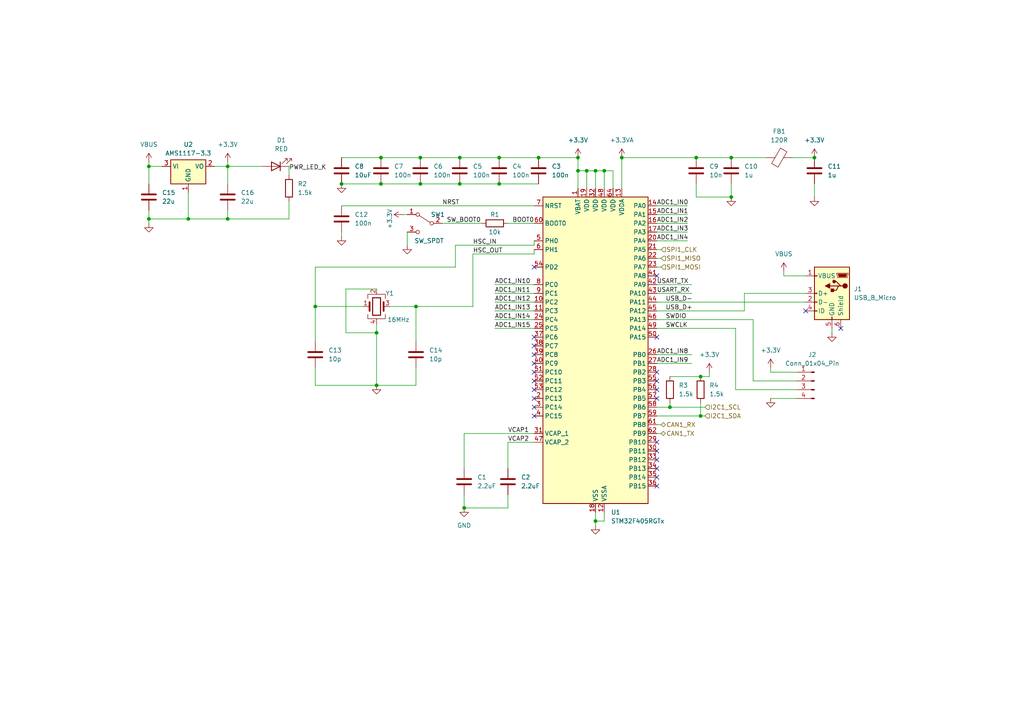
<source format=kicad_sch>
(kicad_sch (version 20230121) (generator eeschema)
  (paper "A4")
  (lib_symbols
    (symbol "Connector:Conn_01x04_Pin" (pin_names (offset 1.016) hide)
      (property "Reference" "J" (at 0 5.08 0))
      (property "Value" "Conn_01x04_Pin" (at 0 -7.62 0))
      (symbol "Conn_01x04_Pin_1_1"
        (polyline (pts (xy 1.27 -5.08) (xy 0.8636 -5.08)) (stroke (width 0.1524)))
        (polyline (pts (xy 1.27 -2.54) (xy 0.8636 -2.54)) (stroke (width 0.1524)))
        (polyline (pts (xy 1.27 0) (xy 0.8636 0)) (stroke (width 0.1524)))
        (polyline (pts (xy 1.27 2.54) (xy 0.8636 2.54)) (stroke (width 0.1524)))
        (rectangle (start 0.8636 -4.953) (end 0 -5.207) (stroke (width 0.1524)) (fill (type outline)))
        (rectangle (start 0.8636 -2.413) (end 0 -2.667) (stroke (width 0.1524)) (fill (type outline)))
        (rectangle (start 0.8636 0.127) (end 0 -0.127) (stroke (width 0.1524)) (fill (type outline)))
        (rectangle (start 0.8636 2.667) (end 0 2.413) (stroke (width 0.1524)) (fill (type outline)))
        (pin passive line (at 5.08 2.54 180) (length 3.81) (name "Pin_1") (number "1"))
        (pin passive line (at 5.08 0 180) (length 3.81) (name "Pin_2") (number "2"))
        (pin passive line (at 5.08 -2.54 180) (length 3.81) (name "Pin_3") (number "3"))
        (pin passive line (at 5.08 -5.08 180) (length 3.81) (name "Pin_4") (number "4"))
      )
    )
    (symbol "Connector:USB_B_Micro" (pin_names (offset 1.016))
      (property "Reference" "J" (at -5.08 11.43 0))
      (property "Value" "USB_B_Micro" (at -5.08 8.89 0))
      (symbol "USB_B_Micro_0_1"
        (rectangle (start -5.08 -7.62) (end 5.08 7.62) (stroke (width 0.254)) (fill (type background)))
        (circle (center -3.81 2.159) (radius 0.635) (stroke (width 0.254)) (fill (type outline)))
        (circle (center -0.635 3.429) (radius 0.381) (stroke (width 0.254)) (fill (type outline)))
        (rectangle (start -0.127 -7.62) (end 0.127 -6.858))
        (polyline (pts (xy -1.905 2.159) (xy 0.635 2.159)) (stroke (width 0.254)))
        (polyline (pts (xy -3.175 2.159) (xy -2.54 2.159) (xy -1.27 3.429) (xy -0.635 3.429)) (stroke (width 0.254)))
        (polyline (pts (xy -2.54 2.159) (xy -1.905 2.159) (xy -1.27 0.889) (xy 0 0.889)) (stroke (width 0.254)))
        (polyline (pts (xy 0.635 2.794) (xy 0.635 1.524) (xy 1.905 2.159) (xy 0.635 2.794)) (stroke (width 0.254)) (fill (type outline)))
        (polyline (pts (xy -4.318 5.588) (xy -1.778 5.588) (xy -2.032 4.826) (xy -4.064 4.826) (xy -4.318 5.588)) (fill (type outline)))
        (polyline (pts (xy -4.699 5.842) (xy -4.699 5.588) (xy -4.445 4.826) (xy -4.445 4.572) (xy -1.651 4.572) (xy -1.651 4.826) (xy -1.397 5.588) (xy -1.397 5.842) (xy -4.699 5.842)))
        (rectangle (start 0.254 1.27) (end -0.508 0.508) (stroke (width 0.254)) (fill (type outline)))
        (rectangle (start 5.08 -5.207) (end 4.318 -4.953))
        (rectangle (start 5.08 -2.667) (end 4.318 -2.413))
        (rectangle (start 5.08 -0.127) (end 4.318 0.127))
        (rectangle (start 5.08 4.953) (end 4.318 5.207))
      )
      (symbol "USB_B_Micro_1_1"
        (pin power_out line (at 7.62 5.08 180) (length 2.54) (name "VBUS") (number "1"))
        (pin bidirectional line (at 7.62 -2.54 180) (length 2.54) (name "D-") (number "2"))
        (pin bidirectional line (at 7.62 0 180) (length 2.54) (name "D+") (number "3"))
        (pin passive line (at 7.62 -5.08 180) (length 2.54) (name "ID") (number "4"))
        (pin power_out line (at 0 -10.16 90) (length 2.54) (name "GND") (number "5"))
        (pin passive line (at -2.54 -10.16 90) (length 2.54) (name "Shield") (number "6"))
      )
    )
    (symbol "Device:C" (pin_numbers hide) (pin_names (offset 0.254))
      (property "Reference" "C" (at 0.635 2.54 0))
      (property "Value" "C" (at 0.635 -2.54 0))
      (symbol "C_0_1"
        (polyline (pts (xy -2.032 -0.762) (xy 2.032 -0.762)) (stroke (width 0.508)))
        (polyline (pts (xy -2.032 0.762) (xy 2.032 0.762)) (stroke (width 0.508)))
      )
      (symbol "C_1_1"
        (pin passive line (at 0 3.81 270) (length 2.794) (name "~") (number "1"))
        (pin passive line (at 0 -3.81 90) (length 2.794) (name "~") (number "2"))
      )
    )
    (symbol "Device:Crystal_GND24" (pin_names (offset 1.016) hide)
      (property "Reference" "Y" (at 3.175 5.08 0))
      (property "Value" "Crystal_GND24" (at 3.175 3.175 0))
      (symbol "Crystal_GND24_0_1"
        (rectangle (start -1.143 2.54) (end 1.143 -2.54) (stroke (width 0.3048)))
        (polyline (pts (xy -2.54 0) (xy -2.032 0)))
        (polyline (pts (xy -2.032 -1.27) (xy -2.032 1.27)) (stroke (width 0.508)))
        (polyline (pts (xy 0 -3.81) (xy 0 -3.556)))
        (polyline (pts (xy 0 3.556) (xy 0 3.81)))
        (polyline (pts (xy 2.032 -1.27) (xy 2.032 1.27)) (stroke (width 0.508)))
        (polyline (pts (xy 2.032 0) (xy 2.54 0)))
        (polyline (pts (xy -2.54 -2.286) (xy -2.54 -3.556) (xy 2.54 -3.556) (xy 2.54 -2.286)))
        (polyline (pts (xy -2.54 2.286) (xy -2.54 3.556) (xy 2.54 3.556) (xy 2.54 2.286)))
      )
      (symbol "Crystal_GND24_1_1"
        (pin passive line (at -3.81 0 0) (length 1.27) (name "1") (number "1"))
        (pin passive line (at 0 5.08 270) (length 1.27) (name "2") (number "2"))
        (pin passive line (at 3.81 0 180) (length 1.27) (name "3") (number "3"))
        (pin passive line (at 0 -5.08 90) (length 1.27) (name "4") (number "4"))
      )
    )
    (symbol "Device:FerriteBead" (pin_numbers hide) (pin_names (offset 0))
      (property "Reference" "FB" (at -3.81 0.635 90))
      (property "Value" "FerriteBead" (at 3.81 0 90))
      (symbol "FerriteBead_0_1"
        (polyline (pts (xy 0 -1.27) (xy 0 -1.2192)))
        (polyline (pts (xy 0 1.27) (xy 0 1.2954)))
        (polyline (pts (xy -2.7686 0.4064) (xy -1.7018 2.2606) (xy 2.7686 -0.3048) (xy 1.6764 -2.159) (xy -2.7686 0.4064)))
      )
      (symbol "FerriteBead_1_1"
        (pin passive line (at 0 3.81 270) (length 2.54) (name "~") (number "1"))
        (pin passive line (at 0 -3.81 90) (length 2.54) (name "~") (number "2"))
      )
    )
    (symbol "Device:LED" (pin_numbers hide) (pin_names (offset 1.016) hide)
      (property "Reference" "D" (at 0 2.54 0))
      (property "Value" "LED" (at 0 -2.54 0))
      (symbol "LED_0_1"
        (polyline (pts (xy -1.27 -1.27) (xy -1.27 1.27)) (stroke (width 0.254)))
        (polyline (pts (xy -1.27 0) (xy 1.27 0)))
        (polyline (pts (xy 1.27 -1.27) (xy 1.27 1.27) (xy -1.27 0) (xy 1.27 -1.27)) (stroke (width 0.254)))
        (polyline (pts (xy -3.048 -0.762) (xy -4.572 -2.286) (xy -3.81 -2.286) (xy -4.572 -2.286) (xy -4.572 -1.524)))
        (polyline (pts (xy -1.778 -0.762) (xy -3.302 -2.286) (xy -2.54 -2.286) (xy -3.302 -2.286) (xy -3.302 -1.524)))
      )
      (symbol "LED_1_1"
        (pin passive line (at -3.81 0 0) (length 2.54) (name "K") (number "1"))
        (pin passive line (at 3.81 0 180) (length 2.54) (name "A") (number "2"))
      )
    )
    (symbol "Device:R" (pin_numbers hide) (pin_names (offset 0))
      (property "Reference" "R" (at 2.032 0 90))
      (property "Value" "R" (at 0 0 90))
      (symbol "R_0_1"
        (rectangle (start -1.016 -2.54) (end 1.016 2.54) (stroke (width 0.254)))
      )
      (symbol "R_1_1"
        (pin passive line (at 0 3.81 270) (length 1.27) (name "~") (number "1"))
        (pin passive line (at 0 -3.81 90) (length 1.27) (name "~") (number "2"))
      )
    )
    (symbol "MCU_ST_STM32F4:STM32F405RGTx"
      (property "Reference" "U" (at -15.24 46.99 0))
      (property "Value" "STM32F405RGTx" (at 10.16 46.99 0))
      (symbol "STM32F405RGTx_0_1"
        (rectangle (start -15.24 -43.18) (end 15.24 45.72) (stroke (width 0.254)) (fill (type background)))
      )
      (symbol "STM32F405RGTx_1_1"
        (pin power_in line (at -5.08 48.26 270) (length 2.54) (name "VBAT") (number "1"))
        (pin bidirectional line (at -17.78 15.24 0) (length 2.54) (name "PC2") (number "10"))
        (pin bidirectional line (at -17.78 12.7 0) (length 2.54) (name "PC3") (number "11"))
        (pin power_in line (at 2.54 -45.72 90) (length 2.54) (name "VSSA") (number "12"))
        (pin power_in line (at 7.62 48.26 270) (length 2.54) (name "VDDA") (number "13"))
        (pin bidirectional line (at 17.78 43.18 180) (length 2.54) (name "PA0") (number "14"))
        (pin bidirectional line (at 17.78 40.64 180) (length 2.54) (name "PA1") (number "15"))
        (pin bidirectional line (at 17.78 38.1 180) (length 2.54) (name "PA2") (number "16"))
        (pin bidirectional line (at 17.78 35.56 180) (length 2.54) (name "PA3") (number "17"))
        (pin power_in line (at 0 -45.72 90) (length 2.54) (name "VSS") (number "18"))
        (pin power_in line (at -2.54 48.26 270) (length 2.54) (name "VDD") (number "19"))
        (pin bidirectional line (at -17.78 -12.7 0) (length 2.54) (name "PC13") (number "2"))
        (pin bidirectional line (at 17.78 33.02 180) (length 2.54) (name "PA4") (number "20"))
        (pin bidirectional line (at 17.78 30.48 180) (length 2.54) (name "PA5") (number "21"))
        (pin bidirectional line (at 17.78 27.94 180) (length 2.54) (name "PA6") (number "22"))
        (pin bidirectional line (at 17.78 25.4 180) (length 2.54) (name "PA7") (number "23"))
        (pin bidirectional line (at -17.78 10.16 0) (length 2.54) (name "PC4") (number "24"))
        (pin bidirectional line (at -17.78 7.62 0) (length 2.54) (name "PC5") (number "25"))
        (pin bidirectional line (at 17.78 0 180) (length 2.54) (name "PB0") (number "26"))
        (pin bidirectional line (at 17.78 -2.54 180) (length 2.54) (name "PB1") (number "27"))
        (pin bidirectional line (at 17.78 -5.08 180) (length 2.54) (name "PB2") (number "28"))
        (pin bidirectional line (at 17.78 -25.4 180) (length 2.54) (name "PB10") (number "29"))
        (pin bidirectional line (at -17.78 -15.24 0) (length 2.54) (name "PC14") (number "3"))
        (pin bidirectional line (at 17.78 -27.94 180) (length 2.54) (name "PB11") (number "30"))
        (pin power_out line (at -17.78 -22.86 0) (length 2.54) (name "VCAP_1") (number "31"))
        (pin power_in line (at 0 48.26 270) (length 2.54) (name "VDD") (number "32"))
        (pin bidirectional line (at 17.78 -30.48 180) (length 2.54) (name "PB12") (number "33"))
        (pin bidirectional line (at 17.78 -33.02 180) (length 2.54) (name "PB13") (number "34"))
        (pin bidirectional line (at 17.78 -35.56 180) (length 2.54) (name "PB14") (number "35"))
        (pin bidirectional line (at 17.78 -38.1 180) (length 2.54) (name "PB15") (number "36"))
        (pin bidirectional line (at -17.78 5.08 0) (length 2.54) (name "PC6") (number "37"))
        (pin bidirectional line (at -17.78 2.54 0) (length 2.54) (name "PC7") (number "38"))
        (pin bidirectional line (at -17.78 0 0) (length 2.54) (name "PC8") (number "39"))
        (pin bidirectional line (at -17.78 -17.78 0) (length 2.54) (name "PC15") (number "4"))
        (pin bidirectional line (at -17.78 -2.54 0) (length 2.54) (name "PC9") (number "40"))
        (pin bidirectional line (at 17.78 22.86 180) (length 2.54) (name "PA8") (number "41"))
        (pin bidirectional line (at 17.78 20.32 180) (length 2.54) (name "PA9") (number "42"))
        (pin bidirectional line (at 17.78 17.78 180) (length 2.54) (name "PA10") (number "43"))
        (pin bidirectional line (at 17.78 15.24 180) (length 2.54) (name "PA11") (number "44"))
        (pin bidirectional line (at 17.78 12.7 180) (length 2.54) (name "PA12") (number "45"))
        (pin bidirectional line (at 17.78 10.16 180) (length 2.54) (name "PA13") (number "46"))
        (pin power_out line (at -17.78 -25.4 0) (length 2.54) (name "VCAP_2") (number "47"))
        (pin power_in line (at 2.54 48.26 270) (length 2.54) (name "VDD") (number "48"))
        (pin bidirectional line (at 17.78 7.62 180) (length 2.54) (name "PA14") (number "49"))
        (pin bidirectional line (at -17.78 33.02 0) (length 2.54) (name "PH0") (number "5"))
        (pin bidirectional line (at 17.78 5.08 180) (length 2.54) (name "PA15") (number "50"))
        (pin bidirectional line (at -17.78 -5.08 0) (length 2.54) (name "PC10") (number "51"))
        (pin bidirectional line (at -17.78 -7.62 0) (length 2.54) (name "PC11") (number "52"))
        (pin bidirectional line (at -17.78 -10.16 0) (length 2.54) (name "PC12") (number "53"))
        (pin bidirectional line (at -17.78 25.4 0) (length 2.54) (name "PD2") (number "54"))
        (pin bidirectional line (at 17.78 -7.62 180) (length 2.54) (name "PB3") (number "55"))
        (pin bidirectional line (at 17.78 -10.16 180) (length 2.54) (name "PB4") (number "56"))
        (pin bidirectional line (at 17.78 -12.7 180) (length 2.54) (name "PB5") (number "57"))
        (pin bidirectional line (at 17.78 -15.24 180) (length 2.54) (name "PB6") (number "58"))
        (pin bidirectional line (at 17.78 -17.78 180) (length 2.54) (name "PB7") (number "59"))
        (pin bidirectional line (at -17.78 30.48 0) (length 2.54) (name "PH1") (number "6"))
        (pin input line (at -17.78 38.1 0) (length 2.54) (name "BOOT0") (number "60"))
        (pin bidirectional line (at 17.78 -20.32 180) (length 2.54) (name "PB8") (number "61"))
        (pin bidirectional line (at 17.78 -22.86 180) (length 2.54) (name "PB9") (number "62"))
        (pin passive line (at 0 -45.72 90) (length 2.54) hide (name "VSS") (number "63"))
        (pin power_in line (at 5.08 48.26 270) (length 2.54) (name "VDD") (number "64"))
        (pin input line (at -17.78 43.18 0) (length 2.54) (name "NRST") (number "7"))
        (pin bidirectional line (at -17.78 20.32 0) (length 2.54) (name "PC0") (number "8"))
        (pin bidirectional line (at -17.78 17.78 0) (length 2.54) (name "PC1") (number "9"))
      )
    )
    (symbol "Regulator_Linear:AMS1117-3.3"
      (property "Reference" "U" (at -3.81 3.175 0))
      (property "Value" "AMS1117-3.3" (at 0 3.175 0))
      (symbol "AMS1117-3.3_0_1"
        (rectangle (start -5.08 -5.08) (end 5.08 1.905) (stroke (width 0.254)) (fill (type background)))
      )
      (symbol "AMS1117-3.3_1_1"
        (pin power_in line (at 0 -7.62 90) (length 2.54) (name "GND") (number "1"))
        (pin power_out line (at 7.62 0 180) (length 2.54) (name "VO") (number "2"))
        (pin power_in line (at -7.62 0 0) (length 2.54) (name "VI") (number "3"))
      )
    )
    (symbol "Switch:SW_SPDT" (pin_names (offset 0) hide)
      (property "Reference" "SW" (at 0 4.318 0))
      (property "Value" "SW_SPDT" (at 0 -5.08 0))
      (symbol "SW_SPDT_0_0"
        (circle (center -2.032 0) (radius 0.508))
        (circle (center 2.032 -2.54) (radius 0.508))
      )
      (symbol "SW_SPDT_0_1"
        (polyline (pts (xy -1.524 0.254) (xy 1.651 2.286)))
        (circle (center 2.032 2.54) (radius 0.508))
      )
      (symbol "SW_SPDT_1_1"
        (pin passive line (at 5.08 2.54 180) (length 2.54) (name "A") (number "1"))
        (pin passive line (at -5.08 0 0) (length 2.54) (name "B") (number "2"))
        (pin passive line (at 5.08 -2.54 180) (length 2.54) (name "C") (number "3"))
      )
    )
    (symbol "power:+3.3V" (power) (pin_names (offset 0))
      (property "Value" "+3.3V" (at 0 3.556 0))
      (symbol "+3.3V_0_1"
        (polyline (pts (xy -0.762 1.27) (xy 0 2.54)))
        (polyline (pts (xy 0 0) (xy 0 2.54)))
        (polyline (pts (xy 0 2.54) (xy 0.762 1.27)))
      )
      (symbol "+3.3V_1_1"
        (pin power_in line (at 0 0 90) (length 0) hide (name "+3.3V") (number "1"))
      )
    )
    (symbol "power:+3.3VA" (power) (pin_names (offset 0))
      (property "Value" "+3.3VA" (at 0 3.556 0))
      (symbol "+3.3VA_0_1"
        (polyline (pts (xy -0.762 1.27) (xy 0 2.54)))
        (polyline (pts (xy 0 0) (xy 0 2.54)))
        (polyline (pts (xy 0 2.54) (xy 0.762 1.27)))
      )
      (symbol "+3.3VA_1_1"
        (pin power_in line (at 0 0 90) (length 0) hide (name "+3.3VA") (number "1"))
      )
    )
    (symbol "power:GND" (power) (pin_names (offset 0))
      (property "Value" "GND" (at 0 -3.81 0))
      (symbol "GND_0_1"
        (polyline (pts (xy 0 0) (xy 0 -1.27) (xy 1.27 -1.27) (xy 0 -2.54) (xy -1.27 -1.27) (xy 0 -1.27)))
      )
      (symbol "GND_1_1"
        (pin power_in line (at 0 0 270) (length 0) hide (name "GND") (number "1"))
      )
    )
    (symbol "power:VBUS" (power) (pin_names (offset 0))
      (property "Value" "VBUS" (at 0 3.81 0))
      (symbol "VBUS_0_1"
        (polyline (pts (xy -0.762 1.27) (xy 0 2.54)))
        (polyline (pts (xy 0 0) (xy 0 2.54)))
        (polyline (pts (xy 0 2.54) (xy 0.762 1.27)))
      )
      (symbol "VBUS_1_1"
        (pin power_in line (at 0 0 90) (length 0) hide (name "VBUS") (number "1"))
      )
    )
  )
  (junction (at 109.22 111.76))
  (junction (at 144.78 53.34))
  (junction (at 203.2 120.65))
  (junction (at 175.26 49.53))
  (junction (at 167.64 49.53))
  (junction (at 212.09 57.15))
  (junction (at 110.49 53.34))
  (junction (at 120.65 88.9))
  (junction (at 180.34 45.72))
  (junction (at 194.31 118.11))
  (junction (at 133.35 53.34))
  (junction (at 121.92 53.34))
  (junction (at 203.2 109.22))
  (junction (at 133.35 45.72))
  (junction (at 109.22 96.52))
  (junction (at 99.06 53.34))
  (junction (at 212.09 45.72))
  (junction (at 54.61 63.5))
  (junction (at 167.64 45.72))
  (junction (at 110.49 45.72))
  (junction (at 121.92 45.72))
  (junction (at 172.72 151.13))
  (junction (at 236.22 45.72))
  (junction (at 43.18 48.26))
  (junction (at 144.78 45.72))
  (junction (at 134.62 147.32))
  (junction (at 66.04 48.26))
  (junction (at 43.18 63.5))
  (junction (at 66.04 63.5))
  (junction (at 172.72 49.53))
  (junction (at 170.18 49.53))
  (junction (at 156.21 45.72))
  (junction (at 201.93 45.72))
  (junction (at 91.44 88.9))
  (no_connect (at 233.68 90.17))
  (no_connect (at 190.5 113.03))
  (no_connect (at 154.94 120.65))
  (no_connect (at 243.84 95.25))
  (no_connect (at 190.5 80.01))
  (no_connect (at 190.5 97.79))
  (no_connect (at 190.5 107.95))
  (no_connect (at 154.94 100.33))
  (no_connect (at 154.94 77.47))
  (no_connect (at 154.94 118.11))
  (no_connect (at 154.94 110.49))
  (no_connect (at 154.94 113.03))
  (no_connect (at 190.5 140.97))
  (no_connect (at 154.94 97.79))
  (no_connect (at 190.5 110.49))
  (no_connect (at 154.94 107.95))
  (no_connect (at 154.94 105.41))
  (no_connect (at 190.5 138.43))
  (no_connect (at 154.94 102.87))
  (no_connect (at 154.94 115.57))
  (no_connect (at 190.5 130.81))
  (no_connect (at 190.5 133.35))
  (no_connect (at 190.5 115.57))
  (no_connect (at 190.5 128.27))
  (no_connect (at 190.5 135.89))
  (wire (pts (xy 236.22 53.34) (xy 236.22 57.15)))
  (wire (pts (xy 147.32 143.51) (xy 147.32 147.32)))
  (wire (pts (xy 236.22 45.72) (xy 229.87 45.72)))
  (wire (pts (xy 120.65 111.76) (xy 120.65 106.68)))
  (wire (pts (xy 137.16 73.66) (xy 137.16 88.9)))
  (wire (pts (xy 190.5 105.41) (xy 200.66 105.41)))
  (wire (pts (xy 99.06 53.34) (xy 110.49 53.34)))
  (wire (pts (xy 91.44 88.9) (xy 91.44 77.47)))
  (wire (pts (xy 143.51 87.63) (xy 154.94 87.63)))
  (wire (pts (xy 110.49 45.72) (xy 121.92 45.72)))
  (wire (pts (xy 212.09 45.72) (xy 222.25 45.72)))
  (wire (pts (xy 154.94 73.66) (xy 154.94 72.39)))
  (wire (pts (xy 190.5 92.71) (xy 218.44 92.71)))
  (wire (pts (xy 100.33 83.82) (xy 100.33 96.52)))
  (wire (pts (xy 144.78 45.72) (xy 156.21 45.72)))
  (wire (pts (xy 233.68 85.09) (xy 215.9 85.09)))
  (wire (pts (xy 43.18 60.96) (xy 43.18 63.5)))
  (wire (pts (xy 194.31 118.11) (xy 204.47 118.11)))
  (wire (pts (xy 205.74 107.95) (xy 205.74 109.22)))
  (wire (pts (xy 66.04 63.5) (xy 66.04 60.96)))
  (wire (pts (xy 233.68 80.01) (xy 227.33 80.01)))
  (wire (pts (xy 190.5 120.65) (xy 203.2 120.65)))
  (wire (pts (xy 177.8 49.53) (xy 175.26 49.53)))
  (wire (pts (xy 43.18 48.26) (xy 43.18 53.34)))
  (wire (pts (xy 144.78 53.34) (xy 156.21 53.34)))
  (wire (pts (xy 194.31 109.22) (xy 203.2 109.22)))
  (wire (pts (xy 132.08 77.47) (xy 132.08 71.12)))
  (wire (pts (xy 190.5 64.77) (xy 199.39 64.77)))
  (wire (pts (xy 190.5 87.63) (xy 233.68 87.63)))
  (wire (pts (xy 223.52 107.95) (xy 231.14 107.95)))
  (wire (pts (xy 109.22 96.52) (xy 109.22 93.98)))
  (wire (pts (xy 218.44 92.71) (xy 218.44 110.49)))
  (wire (pts (xy 172.72 151.13) (xy 172.72 152.4)))
  (wire (pts (xy 118.11 67.31) (xy 118.11 71.12)))
  (wire (pts (xy 143.51 82.55) (xy 154.94 82.55)))
  (wire (pts (xy 143.51 90.17) (xy 154.94 90.17)))
  (wire (pts (xy 190.5 67.31) (xy 199.39 67.31)))
  (wire (pts (xy 190.5 125.73) (xy 191.77 125.73)))
  (wire (pts (xy 99.06 68.58) (xy 99.06 67.31)))
  (wire (pts (xy 147.32 128.27) (xy 147.32 135.89)))
  (wire (pts (xy 46.99 48.26) (xy 43.18 48.26)))
  (wire (pts (xy 120.65 88.9) (xy 113.03 88.9)))
  (wire (pts (xy 190.5 72.39) (xy 191.77 72.39)))
  (wire (pts (xy 223.52 106.68) (xy 223.52 107.95)))
  (wire (pts (xy 99.06 59.69) (xy 154.94 59.69)))
  (wire (pts (xy 203.2 120.65) (xy 204.47 120.65)))
  (wire (pts (xy 180.34 45.72) (xy 201.93 45.72)))
  (wire (pts (xy 133.35 53.34) (xy 144.78 53.34)))
  (wire (pts (xy 190.5 69.85) (xy 199.39 69.85)))
  (wire (pts (xy 154.94 71.12) (xy 154.94 69.85)))
  (wire (pts (xy 137.16 88.9) (xy 120.65 88.9)))
  (wire (pts (xy 121.92 45.72) (xy 133.35 45.72)))
  (wire (pts (xy 120.65 88.9) (xy 120.65 99.06)))
  (wire (pts (xy 83.82 48.26) (xy 83.82 50.8)))
  (wire (pts (xy 172.72 49.53) (xy 172.72 54.61)))
  (wire (pts (xy 91.44 88.9) (xy 91.44 99.06)))
  (wire (pts (xy 172.72 49.53) (xy 170.18 49.53)))
  (wire (pts (xy 203.2 109.22) (xy 205.74 109.22)))
  (wire (pts (xy 143.51 92.71) (xy 154.94 92.71)))
  (wire (pts (xy 110.49 53.34) (xy 121.92 53.34)))
  (wire (pts (xy 190.5 59.69) (xy 199.39 59.69)))
  (wire (pts (xy 175.26 49.53) (xy 175.26 54.61)))
  (wire (pts (xy 190.5 118.11) (xy 194.31 118.11)))
  (wire (pts (xy 177.8 54.61) (xy 177.8 49.53)))
  (wire (pts (xy 190.5 90.17) (xy 215.9 90.17)))
  (wire (pts (xy 201.93 45.72) (xy 212.09 45.72)))
  (wire (pts (xy 134.62 147.32) (xy 147.32 147.32)))
  (wire (pts (xy 132.08 71.12) (xy 154.94 71.12)))
  (wire (pts (xy 54.61 63.5) (xy 66.04 63.5)))
  (wire (pts (xy 190.5 123.19) (xy 191.77 123.19)))
  (wire (pts (xy 99.06 45.72) (xy 110.49 45.72)))
  (wire (pts (xy 66.04 48.26) (xy 76.2 48.26)))
  (wire (pts (xy 223.52 115.57) (xy 231.14 115.57)))
  (wire (pts (xy 218.44 110.49) (xy 231.14 110.49)))
  (wire (pts (xy 137.16 73.66) (xy 154.94 73.66)))
  (wire (pts (xy 128.27 64.77) (xy 139.7 64.77)))
  (wire (pts (xy 109.22 96.52) (xy 109.22 111.76)))
  (wire (pts (xy 116.84 62.23) (xy 118.11 62.23)))
  (wire (pts (xy 227.33 78.74) (xy 227.33 80.01)))
  (wire (pts (xy 241.3 95.25) (xy 241.3 96.52)))
  (wire (pts (xy 100.33 96.52) (xy 109.22 96.52)))
  (wire (pts (xy 190.5 77.47) (xy 191.77 77.47)))
  (wire (pts (xy 190.5 95.25) (xy 213.36 95.25)))
  (wire (pts (xy 121.92 53.34) (xy 133.35 53.34)))
  (wire (pts (xy 175.26 148.59) (xy 175.26 151.13)))
  (wire (pts (xy 180.34 54.61) (xy 180.34 45.72)))
  (wire (pts (xy 133.35 45.72) (xy 144.78 45.72)))
  (wire (pts (xy 66.04 53.34) (xy 66.04 48.26)))
  (wire (pts (xy 91.44 111.76) (xy 109.22 111.76)))
  (wire (pts (xy 190.5 74.93) (xy 191.77 74.93)))
  (wire (pts (xy 109.22 83.82) (xy 100.33 83.82)))
  (wire (pts (xy 83.82 63.5) (xy 66.04 63.5)))
  (wire (pts (xy 201.93 57.15) (xy 212.09 57.15)))
  (wire (pts (xy 134.62 125.73) (xy 154.94 125.73)))
  (wire (pts (xy 167.64 54.61) (xy 167.64 49.53)))
  (wire (pts (xy 43.18 63.5) (xy 43.18 64.77)))
  (wire (pts (xy 201.93 53.34) (xy 201.93 57.15)))
  (wire (pts (xy 91.44 88.9) (xy 105.41 88.9)))
  (wire (pts (xy 170.18 49.53) (xy 170.18 54.61)))
  (wire (pts (xy 175.26 49.53) (xy 172.72 49.53)))
  (wire (pts (xy 194.31 116.84) (xy 194.31 118.11)))
  (wire (pts (xy 215.9 85.09) (xy 215.9 90.17)))
  (wire (pts (xy 83.82 58.42) (xy 83.82 63.5)))
  (wire (pts (xy 167.64 49.53) (xy 170.18 49.53)))
  (wire (pts (xy 134.62 143.51) (xy 134.62 147.32)))
  (wire (pts (xy 66.04 48.26) (xy 62.23 48.26)))
  (wire (pts (xy 213.36 113.03) (xy 231.14 113.03)))
  (wire (pts (xy 190.5 85.09) (xy 200.66 85.09)))
  (wire (pts (xy 175.26 151.13) (xy 172.72 151.13)))
  (wire (pts (xy 172.72 148.59) (xy 172.72 151.13)))
  (wire (pts (xy 109.22 111.76) (xy 120.65 111.76)))
  (wire (pts (xy 43.18 46.99) (xy 43.18 48.26)))
  (wire (pts (xy 143.51 85.09) (xy 154.94 85.09)))
  (wire (pts (xy 43.18 63.5) (xy 54.61 63.5)))
  (wire (pts (xy 143.51 95.25) (xy 154.94 95.25)))
  (wire (pts (xy 156.21 45.72) (xy 167.64 45.72)))
  (wire (pts (xy 190.5 102.87) (xy 200.66 102.87)))
  (wire (pts (xy 147.32 64.77) (xy 154.94 64.77)))
  (wire (pts (xy 203.2 116.84) (xy 203.2 120.65)))
  (wire (pts (xy 190.5 82.55) (xy 200.66 82.55)))
  (wire (pts (xy 190.5 62.23) (xy 199.39 62.23)))
  (wire (pts (xy 212.09 57.15) (xy 212.09 53.34)))
  (wire (pts (xy 91.44 77.47) (xy 132.08 77.47)))
  (wire (pts (xy 167.64 45.72) (xy 167.64 49.53)))
  (wire (pts (xy 213.36 95.25) (xy 213.36 113.03)))
  (wire (pts (xy 66.04 46.99) (xy 66.04 48.26)))
  (wire (pts (xy 54.61 63.5) (xy 54.61 55.88)))
  (wire (pts (xy 147.32 128.27) (xy 154.94 128.27)))
  (wire (pts (xy 134.62 125.73) (xy 134.62 135.89)))
  (wire (pts (xy 91.44 106.68) (xy 91.44 111.76)))
  (label "ADC1_IN11" (at 143.51 85.09 0))
  (label "ADC1_IN14" (at 143.51 92.71 0))
  (label "ADC1_IN1" (at 190.5 62.23 0))
  (label "SWCLK" (at 193.04 95.25 0))
  (label "HSC_OUT" (at 137.16 73.66 0))
  (label "PWR_LED_K" (at 83.82 49.53 0))
  (label "USART_RX" (at 190.5 85.09 0))
  (label "HSC_IN" (at 137.16 71.12 0))
  (label "NRST" (at 128.27 59.69 0))
  (label "ADC1_IN9" (at 190.5 105.41 0))
  (label "VCAP2" (at 147.32 128.27 0))
  (label "VCAP1" (at 147.32 125.73 0))
  (label "ADC1_IN4" (at 190.5 69.85 0))
  (label "SW_BOOT0" (at 129.54 64.77 0))
  (label "ADC1_IN3" (at 190.5 67.31 0))
  (label "SWDIO" (at 193.04 92.71 0))
  (label "USART_TX" (at 190.5 82.55 0))
  (label "ADC1_IN12" (at 143.51 87.63 0))
  (label "USB_D-" (at 193.04 87.63 0))
  (label "ADC1_IN8" (at 190.5 102.87 0))
  (label "ADC1_IN0" (at 190.5 59.69 0))
  (label "USB_D+" (at 193.04 90.17 0))
  (label "ADC1_IN2" (at 190.5 64.77 0))
  (label "ADC1_IN13" (at 143.51 90.17 0))
  (label "BOOT0" (at 148.59 64.77 0))
  (label "ADC1_IN10" (at 143.51 82.55 0))
  (label "ADC1_IN15" (at 143.51 95.25 0))
  (hierarchical_label "SPI1_CLK" (shape input) (at 191.77 72.39 0))
  (hierarchical_label "SPI1_MISO" (shape input) (at 191.77 74.93 0))
  (hierarchical_label "I2C1_SDA" (shape input) (at 204.47 120.65 0))
  (hierarchical_label "CAN1_TX" (shape bidirectional) (at 191.77 125.73 0))
  (hierarchical_label "CAN1_RX" (shape bidirectional) (at 191.77 123.19 0))
  (hierarchical_label "I2C1_SCL" (shape input) (at 204.47 118.11 0))
  (hierarchical_label "SPI1_MOSI" (shape input) (at 191.77 77.47 0))
  (symbol (lib_id "power:GND") (at 212.09 57.15 0) (unit 1)
    (property "Reference" "#PWR06" (effects hide))
    (property "Value" "GND" (effects hide))
  )
  (symbol (lib_id "Device:C") (at 133.35 49.53 0) (unit 1)
    (property "Reference" "C5" (at 137.16 48.26 0) (effects (justify left)))
    (property "Value" "100n" (at 137.16 50.8 0) (effects (justify left)))
  )
  (symbol (lib_id "Device:LED") (at 80.01 48.26 180) (unit 1)
    (property "Reference" "D1" (at 81.5975 40.64 0))
    (property "Value" "RED" (at 81.5975 43.18 0))
  )
  (symbol (lib_id "Device:C") (at 99.06 49.53 0) (unit 1)
    (property "Reference" "C8" (at 102.87 48.26 0) (effects (justify left)))
    (property "Value" "10uF" (at 102.87 50.8 0) (effects (justify left)))
  )
  (symbol (lib_id "Device:C") (at 43.18 57.15 0) (unit 1)
    (property "Reference" "C15" (at 46.99 55.88 0) (effects (justify left)))
    (property "Value" "22u" (at 46.99 58.42 0) (effects (justify left)))
  )
  (symbol (lib_id "power:GND") (at 223.52 115.57 0) (unit 1)
    (property "Reference" "#PWR016" (effects hide))
    (property "Value" "GND" (effects hide))
  )
  (symbol (lib_id "power:+3.3V") (at 116.84 62.23 90) (unit 1)
    (property "Reference" "#PWR011" (effects hide))
    (property "Value" "+3.3V" (at 113.03 63.5 0))
  )
  (symbol (lib_id "power:GND") (at 99.06 68.58 0) (unit 1)
    (property "Reference" "#PWR09" (effects hide))
    (property "Value" "GND" (effects hide))
  )
  (symbol (lib_id "Device:R") (at 83.82 54.61 0) (unit 1)
    (property "Reference" "R2" (at 86.36 53.34 0) (effects (justify left)))
    (property "Value" "1.5k" (at 86.36 55.88 0) (effects (justify left)))
  )
  (symbol (lib_id "Device:R") (at 203.2 113.03 0) (unit 1)
    (property "Reference" "R4" (at 205.74 111.76 0) (effects (justify left)))
    (property "Value" "1.5k" (at 205.74 114.3 0) (effects (justify left)))
  )
  (symbol (lib_id "Device:C") (at 99.06 63.5 0) (unit 1)
    (property "Reference" "C12" (at 102.87 62.23 0) (effects (justify left)))
    (property "Value" "100n" (at 102.87 64.77 0) (effects (justify left)))
  )
  (symbol (lib_id "power:+3.3V") (at 223.52 106.68 0) (unit 1)
    (property "Reference" "#PWR015" (effects hide))
    (property "Value" "+3.3V" (at 223.52 101.6 0))
  )
  (symbol (lib_id "Device:Crystal_GND24") (at 109.22 88.9 0) (unit 1)
    (property "Reference" "Y1" (at 113.03 85.09 0))
    (property "Value" "16MHz" (at 115.57 92.71 0))
  )
  (symbol (lib_id "Connector:USB_B_Micro") (at 241.3 85.09 0) (mirror y) (unit 1)
    (property "Reference" "J1" (at 247.65 83.82 0) (effects (justify right)))
    (property "Value" "USB_B_Micro" (at 247.65 86.36 0) (effects (justify right)))
  )
  (symbol (lib_id "power:GND") (at 236.22 57.15 0) (unit 1)
    (property "Reference" "#PWR07" (effects hide))
    (property "Value" "GND" (effects hide))
  )
  (symbol (lib_id "power:GND") (at 99.06 53.34 0) (unit 1)
    (property "Reference" "#PWR04" (effects hide))
    (property "Value" "GND" (effects hide))
  )
  (symbol (lib_id "Device:C") (at 212.09 49.53 0) (unit 1)
    (property "Reference" "C10" (at 215.9 48.26 0) (effects (justify left)))
    (property "Value" "1u" (at 215.9 50.8 0) (effects (justify left)))
  )
  (symbol (lib_id "Device:C") (at 147.32 139.7 0) (unit 1)
    (property "Reference" "C2" (at 151.13 138.43 0) (effects (justify left)))
    (property "Value" "2.2uF" (at 151.13 140.97 0) (effects (justify left)))
  )
  (symbol (lib_id "Device:C") (at 134.62 139.7 0) (unit 1)
    (property "Reference" "C1" (at 138.43 138.43 0) (effects (justify left)))
    (property "Value" "2.2uF" (at 138.43 140.97 0) (effects (justify left)))
  )
  (symbol (lib_id "Regulator_Linear:AMS1117-3.3") (at 54.61 48.26 0) (unit 1)
    (property "Reference" "U2" (at 54.61 41.91 0))
    (property "Value" "AMS1117-3.3" (at 54.61 44.45 0))
    (property "Footprint" "Package_TO_SOT_SMD:SOT-223-3_TabPin2" (effects hide))
    (property "Datasheet" "http://www.advanced-monolithic.com/pdf/ds1117.pdf" (effects hide))
  )
  (symbol (lib_id "Device:C") (at 110.49 49.53 0) (unit 1)
    (property "Reference" "C7" (at 114.3 48.26 0) (effects (justify left)))
    (property "Value" "100n" (at 114.3 50.8 0) (effects (justify left)))
  )
  (symbol (lib_id "Device:FerriteBead") (at 226.06 45.72 90) (unit 1)
    (property "Reference" "FB1" (at 226.0092 38.1 90))
    (property "Value" "120R" (at 226.0092 40.64 90))
  )
  (symbol (lib_id "power:+3.3V") (at 167.64 45.72 0) (unit 1)
    (property "Reference" "#PWR02" (effects hide))
    (property "Value" "+3.3V" (at 167.64 40.64 0))
  )
  (symbol (lib_id "power:+3.3V") (at 66.04 46.99 0) (unit 1)
    (property "Reference" "#PWR019" (effects hide))
    (property "Value" "+3.3V" (at 66.04 41.91 0))
  )
  (symbol (lib_id "power:VBUS") (at 227.33 78.74 0) (unit 1)
    (property "Reference" "#PWR014" (effects hide))
    (property "Value" "VBUS" (at 227.33 73.66 0))
  )
  (symbol (lib_id "power:+3.3V") (at 236.22 45.72 0) (unit 1)
    (property "Reference" "#PWR08" (effects hide))
    (property "Value" "+3.3V" (at 236.22 40.64 0))
  )
  (symbol (lib_id "power:GND") (at 109.22 111.76 0) (unit 1)
    (property "Reference" "#PWR012" (effects hide))
    (property "Value" "GND" (effects hide))
  )
  (symbol (lib_id "power:+3.3V") (at 205.74 107.95 0) (unit 1)
    (property "Reference" "#PWR021" (effects hide))
    (property "Value" "+3.3V" (at 205.74 102.87 0))
  )
  (symbol (lib_id "Device:R") (at 194.31 113.03 0) (unit 1)
    (property "Reference" "R3" (at 196.85 111.76 0) (effects (justify left)))
    (property "Value" "1.5k" (at 196.85 114.3 0) (effects (justify left)))
  )
  (symbol (lib_id "MCU_ST_STM32F4:STM32F405RGTx") (at 172.72 102.87 0) (unit 1)
    (property "Reference" "U1" (at 177.2159 148.59 0) (effects (justify left)))
    (property "Value" "STM32F405RGTx" (at 177.2159 151.13 0) (effects (justify left)))
    (property "Footprint" "Package_QFP:LQFP-64_10x10mm_P0.5mm" (effects hide))
    (property "Datasheet" "https://www.st.com/resource/en/datasheet/stm32f405rg.pdf" (effects hide))
  )
  (symbol (lib_id "power:GND") (at 118.11 71.12 0) (unit 1)
    (property "Reference" "#PWR010" (effects hide))
    (property "Value" "GND" (effects hide))
  )
  (symbol (lib_id "Device:C") (at 91.44 102.87 0) (unit 1)
    (property "Reference" "C13" (at 95.25 101.6 0) (effects (justify left)))
    (property "Value" "10p" (at 95.25 104.14 0) (effects (justify left)))
  )
  (symbol (lib_id "Device:C") (at 144.78 49.53 0) (unit 1)
    (property "Reference" "C4" (at 148.59 48.26 0) (effects (justify left)))
    (property "Value" "100n" (at 148.59 50.8 0) (effects (justify left)))
  )
  (symbol (lib_id "Device:C") (at 236.22 49.53 0) (unit 1)
    (property "Reference" "C11" (at 240.03 48.26 0) (effects (justify left)))
    (property "Value" "1u" (at 240.03 50.8 0) (effects (justify left)))
  )
  (symbol (lib_id "Device:C") (at 120.65 102.87 0) (unit 1)
    (property "Reference" "C14" (at 124.46 101.6 0) (effects (justify left)))
    (property "Value" "10p" (at 124.46 104.14 0) (effects (justify left)))
  )
  (symbol (lib_id "power:GND") (at 172.72 152.4 0) (unit 1)
    (property "Reference" "#PWR03" (effects hide))
    (property "Value" "GND" (effects hide))
  )
  (symbol (lib_id "power:+3.3VA") (at 180.34 45.72 0) (unit 1)
    (property "Reference" "#PWR05" (effects hide))
    (property "Value" "+3.3VA" (at 180.34 40.64 0))
  )
  (symbol (lib_id "power:GND") (at 134.62 147.32 0) (unit 1)
    (property "Reference" "#PWR01" (effects hide))
    (property "Value" "GND" (at 134.62 152.4 0))
  )
  (symbol (lib_id "power:GND") (at 241.3 96.52 0) (unit 1)
    (property "Reference" "#PWR013" (effects hide))
    (property "Value" "GND" (effects hide))
  )
  (symbol (lib_id "power:GND") (at 43.18 64.77 0) (unit 1)
    (property "Reference" "#PWR017" (effects hide))
    (property "Value" "GND" (effects hide))
  )
  (symbol (lib_id "Device:C") (at 66.04 57.15 0) (unit 1)
    (property "Reference" "C16" (at 69.85 55.88 0) (effects (justify left)))
    (property "Value" "22u" (at 69.85 58.42 0) (effects (justify left)))
  )
  (symbol (lib_id "Switch:SW_SPDT") (at 123.19 64.77 0) (mirror y) (unit 1)
    (property "Reference" "SW1" (at 127 62.23 0))
    (property "Value" "SW_SPDT" (at 124.46 69.85 0))
  )
  (symbol (lib_id "Device:R") (at 143.51 64.77 90) (unit 1)
    (property "Reference" "R1" (at 143.51 62.23 90))
    (property "Value" "10k" (at 143.51 67.31 90))
  )
  (symbol (lib_id "Connector:Conn_01x04_Pin") (at 236.22 110.49 0) (mirror y) (unit 1)
    (property "Reference" "J2" (at 235.585 102.87 0))
    (property "Value" "Conn_01x04_Pin" (at 235.585 105.41 0))
  )
  (symbol (lib_id "Device:C") (at 121.92 49.53 0) (unit 1)
    (property "Reference" "C6" (at 125.73 48.26 0) (effects (justify left)))
    (property "Value" "100n" (at 125.73 50.8 0) (effects (justify left)))
  )
  (symbol (lib_id "Device:C") (at 201.93 49.53 0) (unit 1)
    (property "Reference" "C9" (at 205.74 48.26 0) (effects (justify left)))
    (property "Value" "10n" (at 205.74 50.8 0) (effects (justify left)))
  )
  (symbol (lib_id "Device:C") (at 156.21 49.53 0) (unit 1)
    (property "Reference" "C3" (at 160.02 48.26 0) (effects (justify left)))
    (property "Value" "100n" (at 160.02 50.8 0) (effects (justify left)))
  )
  (symbol (lib_id "power:VBUS") (at 43.18 46.99 0) (unit 1)
    (property "Reference" "#PWR018" (effects hide))
    (property "Value" "VBUS" (at 43.18 41.91 0))
  )
)
</source>
